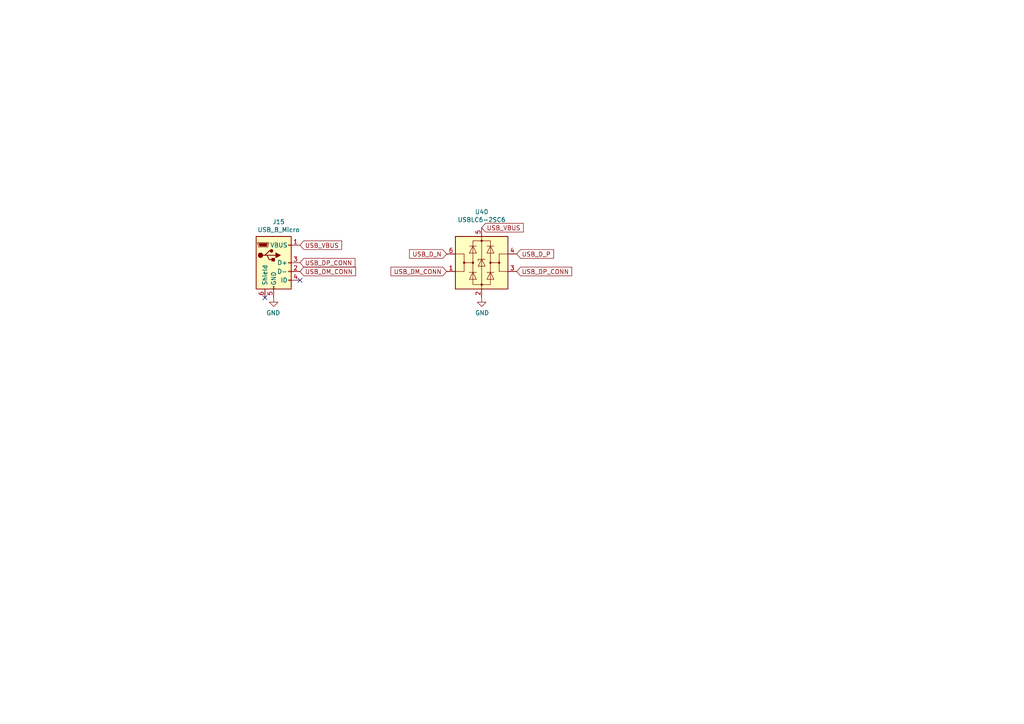
<source format=kicad_sch>
(kicad_sch (version 20210621) (generator eeschema)
  (paper "A4")
  (lib_symbols
    (symbol "Connector:USB_B_Micro" (pin_names (offset 1.016))
      (property "Reference" "J" (at -5.08 11.43 0))
      (property "Value" "USB_B_Micro" (at -5.08 8.89 0))
      (symbol "USB_B_Micro_0_1"
        (circle (center -3.81 2.159) (radius 0.635) (stroke (width 0.254)) (fill (type outline)))
        (circle (center -0.635 3.429) (radius 0.381) (stroke (width 0.254)) (fill (type outline)))
        (rectangle (start -0.127 -7.62) (end 0.127 -6.858))
        (rectangle (start 5.08 -5.207) (end 4.318 -4.953))
        (rectangle (start 5.08 -2.667) (end 4.318 -2.413))
        (rectangle (start 5.08 -0.127) (end 4.318 0.127))
        (rectangle (start 5.08 4.953) (end 4.318 5.207))
        (rectangle (start 0.254 1.27) (end -0.508 0.508) (stroke (width 0.254)) (fill (type outline)))
        (rectangle (start -5.08 -7.62) (end 5.08 7.62) (stroke (width 0.254)) (fill (type background)))
        (polyline (pts (xy -1.905 2.159) (xy 0.635 2.159)) (stroke (width 0.254)))
        (polyline (pts (xy -3.175 2.159) (xy -2.54 2.159) (xy -1.27 3.429) (xy -0.635 3.429)) (stroke (width 0.254)))
        (polyline (pts (xy -2.54 2.159) (xy -1.905 2.159) (xy -1.27 0.889) (xy 0 0.889)) (stroke (width 0.254)))
        (polyline (pts (xy -4.699 5.842) (xy -4.699 5.588) (xy -4.445 4.826) (xy -4.445 4.572) (xy -1.651 4.572) (xy -1.651 4.826) (xy -1.397 5.588) (xy -1.397 5.842) (xy -4.699 5.842)))
        (polyline (pts (xy 0.635 2.794) (xy 0.635 1.524) (xy 1.905 2.159) (xy 0.635 2.794)) (stroke (width 0.254)) (fill (type outline)))
        (polyline (pts (xy -4.318 5.588) (xy -1.778 5.588) (xy -2.032 4.826) (xy -4.064 4.826) (xy -4.318 5.588)) (fill (type outline)))
      )
      (symbol "USB_B_Micro_1_1"
        (pin power_out line (at 7.62 5.08 180) (length 2.54) (name "VBUS") (number "1"))
        (pin bidirectional line (at 7.62 -2.54 180) (length 2.54) (name "D-") (number "2"))
        (pin bidirectional line (at 7.62 0 180) (length 2.54) (name "D+") (number "3"))
        (pin passive line (at 7.62 -5.08 180) (length 2.54) (name "ID") (number "4"))
        (pin power_out line (at 0 -10.16 90) (length 2.54) (name "GND") (number "5"))
        (pin passive line (at -2.54 -10.16 90) (length 2.54) (name "Shield") (number "6"))
      )
    )
    (symbol "Power_Protection:USBLC6-2SC6" (pin_names hide)
      (property "Reference" "U" (at 2.54 8.89 0))
      (property "Value" "USBLC6-2SC6" (at 2.54 -8.89 0))
      (symbol "USBLC6-2SC6_0_1"
        (circle (center -5.08 0) (radius 0.254) (fill (type outline)))
        (circle (center -2.54 0) (radius 0.254) (fill (type outline)))
        (circle (center 0 -6.35) (radius 0.254) (fill (type outline)))
        (circle (center 0 6.35) (radius 0.254) (fill (type outline)))
        (circle (center 2.54 0) (radius 0.254) (fill (type outline)))
        (circle (center 5.08 0) (radius 0.254) (fill (type outline)))
        (rectangle (start -2.54 6.35) (end 2.54 -6.35))
        (rectangle (start -7.62 -7.62) (end 7.62 7.62) (stroke (width 0.254)) (fill (type background)))
        (polyline (pts (xy -5.08 -2.54) (xy -7.62 -2.54)))
        (polyline (pts (xy -5.08 0) (xy -5.08 -2.54)))
        (polyline (pts (xy -5.08 2.54) (xy -7.62 2.54)))
        (polyline (pts (xy -1.524 -2.794) (xy -3.556 -2.794)))
        (polyline (pts (xy -1.524 4.826) (xy -3.556 4.826)))
        (polyline (pts (xy 0 -7.62) (xy 0 -6.35)))
        (polyline (pts (xy 0 -6.35) (xy 0 1.27)))
        (polyline (pts (xy 0 1.27) (xy 0 6.35)))
        (polyline (pts (xy 0 6.35) (xy 0 7.62)))
        (polyline (pts (xy 1.524 -2.794) (xy 3.556 -2.794)))
        (polyline (pts (xy 1.524 4.826) (xy 3.556 4.826)))
        (polyline (pts (xy 5.08 -2.54) (xy 7.62 -2.54)))
        (polyline (pts (xy 5.08 0) (xy 5.08 -2.54)))
        (polyline (pts (xy 5.08 2.54) (xy 7.62 2.54)))
        (polyline (pts (xy -2.54 0) (xy -5.08 0) (xy -5.08 2.54)))
        (polyline (pts (xy 2.54 0) (xy 5.08 0) (xy 5.08 2.54)))
        (polyline (pts (xy -3.556 -4.826) (xy -1.524 -4.826) (xy -2.54 -2.794) (xy -3.556 -4.826)))
        (polyline (pts (xy -3.556 2.794) (xy -1.524 2.794) (xy -2.54 4.826) (xy -3.556 2.794)))
        (polyline (pts (xy -1.016 -1.016) (xy 1.016 -1.016) (xy 0 1.016) (xy -1.016 -1.016)))
        (polyline (pts (xy 1.016 1.016) (xy 0.762 1.016) (xy -1.016 1.016) (xy -1.016 0.508)))
        (polyline (pts (xy 3.556 -4.826) (xy 1.524 -4.826) (xy 2.54 -2.794) (xy 3.556 -4.826)))
        (polyline (pts (xy 3.556 2.794) (xy 1.524 2.794) (xy 2.54 4.826) (xy 3.556 2.794)))
      )
      (symbol "USBLC6-2SC6_1_1"
        (pin passive line (at -10.16 -2.54 0) (length 2.54) (name "I/O1") (number "1"))
        (pin passive line (at 0 -10.16 90) (length 2.54) (name "GND") (number "2"))
        (pin passive line (at 10.16 -2.54 180) (length 2.54) (name "I/O2") (number "3"))
        (pin passive line (at 10.16 2.54 180) (length 2.54) (name "I/O2") (number "4"))
        (pin passive line (at 0 10.16 270) (length 2.54) (name "VBUS") (number "5"))
        (pin passive line (at -10.16 2.54 0) (length 2.54) (name "I/O1") (number "6"))
      )
    )
    (symbol "power:GND" (power) (pin_names (offset 0))
      (property "Value" "GND" (at 0 -3.81 0))
      (symbol "GND_0_1"
        (polyline (pts (xy 0 0) (xy 0 -1.27) (xy 1.27 -1.27) (xy 0 -2.54) (xy -1.27 -1.27) (xy 0 -1.27)))
      )
      (symbol "GND_1_1"
        (pin power_in line (at 0 0 270) (length 0) hide (name "GND") (number "1"))
      )
    )
  )
  (no_connect (at 76.835 86.36))
  (no_connect (at 86.995 81.28))
  (global_label "USB_VBUS" (shape input) (at 86.995 71.12 0) (property "Intersheet References" "${INTERSHEET_REFS}" (effects hide)))
  (global_label "USB_DP_CONN" (shape input) (at 86.995 76.2 0) (property "Intersheet References" "${INTERSHEET_REFS}" (effects hide)))
  (global_label "USB_DM_CONN" (shape input) (at 86.995 78.74 0) (property "Intersheet References" "${INTERSHEET_REFS}" (effects hide)))
  (global_label "USB_D_N" (shape input) (at 129.54 73.66 180) (property "Intersheet References" "${INTERSHEET_REFS}" (effects hide)))
  (global_label "USB_DM_CONN" (shape input) (at 129.54 78.74 180) (property "Intersheet References" "${INTERSHEET_REFS}" (effects hide)))
  (global_label "USB_VBUS" (shape input) (at 139.7 66.04 0) (property "Intersheet References" "${INTERSHEET_REFS}" (effects hide)))
  (global_label "USB_D_P" (shape input) (at 149.86 73.66 0) (property "Intersheet References" "${INTERSHEET_REFS}" (effects hide)))
  (global_label "USB_DP_CONN" (shape input) (at 149.86 78.74 0) (property "Intersheet References" "${INTERSHEET_REFS}" (effects hide)))
  (symbol (lib_id "power:GND") (at 79.375 86.36 0) (mirror y) (unit 1)
    (property "Reference" "#PWR0516" (effects hide))
    (property "Value" "GND" (at 79.248 90.7542 0))
  )
  (symbol (lib_id "power:GND") (at 139.7 86.36 0) (unit 1)
    (property "Reference" "#PWR0515" (effects hide))
    (property "Value" "GND" (at 139.827 90.7542 0))
  )
  (symbol (lib_id "Connector:USB_B_Micro") (at 79.375 76.2 0) (unit 1)
    (property "Reference" "J15" (at 80.8228 64.3382 0))
    (property "Value" "USB_B_Micro" (at 80.8228 66.6496 0))
    (property "Footprint" "Connector_USB:USB_Micro-B_Amphenol_10118194_Horizontal" (effects hide))
  )
  (symbol (lib_id "Power_Protection:USBLC6-2SC6") (at 139.7 76.2 0) (unit 1)
    (property "Reference" "U40" (at 139.7 61.4426 0))
    (property "Value" "USBLC6-2SC6" (at 139.7 63.754 0))
    (property "Footprint" "Package_TO_SOT_SMD:SOT-23-6" (effects hide))
    (property "Datasheet" "https://www.st.com/resource/en/datasheet/usblc6-2.pdf" (effects hide))
    (property "LCSC" "C7519" (effects hide))
  )
)
</source>
